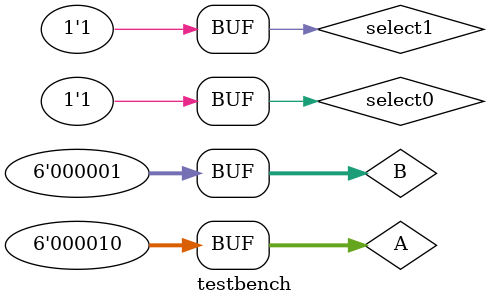
<source format=v>
module testbench();
	
reg[5:0] A, B;
reg select0, select1;
wire[5:0] res;
Q3 alu(res,select0, select1, A, B);
	
initial
begin

select1=0; select0=0; 
A = 6'b000010;	B = 6'b000001;
#100;

select1=0; select0=1; 
A = 6'b000010;	B = 6'b000001;

#100;

select1=1; select0=0; 
A = 6'b000010;	B = 6'b000001;

#100;

select1=1; select0=1;
A = 6'b000010;	B = 6'b000001;

#100;

end
	
endmodule

</source>
